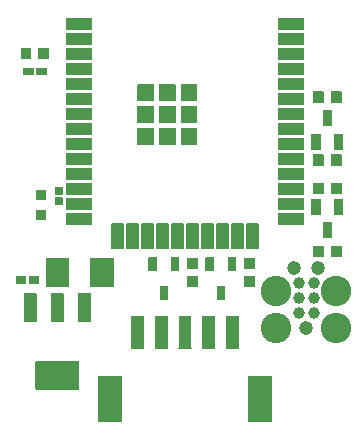
<source format=gts>
G04 Layer: TopSolderMaskLayer*
G04 EasyEDA v6.5.9, 2022-07-29 16:18:05*
G04 6a4c66b5a8f34d0fa7dc8df532b4a6e8,9fc4434aafee4760887af2be40c81ba0,10*
G04 Gerber Generator version 0.2*
G04 Scale: 100 percent, Rotated: No, Reflected: No *
G04 Dimensions in millimeters *
G04 leading zeros omitted , absolute positions ,4 integer and 5 decimal *
%FSLAX45Y45*%
%MOMM*%

%ADD10C,0.9906*%
%ADD11C,2.5781*%
%ADD12C,1.1938*%

%LPD*%
G36*
X1049997Y1473426D02*
G01*
X1048473Y1473680D01*
X1046949Y1474442D01*
X1045933Y1475458D01*
X1045171Y1476982D01*
X1044917Y1478506D01*
X1044955Y1478534D01*
X1044955Y1748536D01*
X1044917Y1748508D01*
X1045171Y1750032D01*
X1045933Y1751556D01*
X1046949Y1752572D01*
X1048473Y1753334D01*
X1049997Y1753588D01*
X1050036Y1753615D01*
X1150112Y1753615D01*
X1149997Y1753588D01*
X1151521Y1753334D01*
X1153045Y1752572D01*
X1154061Y1751556D01*
X1154823Y1750032D01*
X1155077Y1748508D01*
X1155192Y1748536D01*
X1155192Y1478534D01*
X1155077Y1478506D01*
X1154823Y1476982D01*
X1154061Y1475458D01*
X1153045Y1474442D01*
X1151521Y1473680D01*
X1149997Y1473426D01*
X1150112Y1473454D01*
X1050036Y1473454D01*
G37*
G36*
X1249997Y1473426D02*
G01*
X1248473Y1473680D01*
X1246949Y1474442D01*
X1245933Y1475458D01*
X1245171Y1476982D01*
X1244917Y1478506D01*
X1244854Y1478534D01*
X1244854Y1748536D01*
X1244917Y1748508D01*
X1245171Y1750032D01*
X1245933Y1751556D01*
X1246949Y1752572D01*
X1248473Y1753334D01*
X1249997Y1753588D01*
X1249934Y1753615D01*
X1350010Y1753615D01*
X1349997Y1753588D01*
X1351521Y1753334D01*
X1353045Y1752572D01*
X1354061Y1751556D01*
X1354823Y1750032D01*
X1355077Y1748508D01*
X1355089Y1748536D01*
X1355089Y1478534D01*
X1355077Y1478506D01*
X1354823Y1476982D01*
X1354061Y1475458D01*
X1353045Y1474442D01*
X1351521Y1473680D01*
X1349997Y1473426D01*
X1350010Y1473454D01*
X1249934Y1473454D01*
G37*
G36*
X1449997Y1473426D02*
G01*
X1448473Y1473680D01*
X1446949Y1474442D01*
X1445933Y1475458D01*
X1445171Y1476982D01*
X1444917Y1478506D01*
X1445005Y1478534D01*
X1445005Y1748536D01*
X1444917Y1748508D01*
X1445171Y1750032D01*
X1445933Y1751556D01*
X1446949Y1752572D01*
X1448473Y1753334D01*
X1449997Y1753588D01*
X1450086Y1753615D01*
X1549907Y1753615D01*
X1549996Y1753588D01*
X1551520Y1753334D01*
X1553044Y1752572D01*
X1554060Y1751556D01*
X1554822Y1750032D01*
X1555076Y1748508D01*
X1554987Y1748536D01*
X1554987Y1478534D01*
X1555076Y1478506D01*
X1554822Y1476982D01*
X1554060Y1475458D01*
X1553044Y1474442D01*
X1551520Y1473680D01*
X1549996Y1473426D01*
X1549907Y1473454D01*
X1450086Y1473454D01*
G37*
G36*
X1649996Y1473426D02*
G01*
X1648472Y1473680D01*
X1646948Y1474442D01*
X1645932Y1475458D01*
X1645170Y1476982D01*
X1644916Y1478506D01*
X1644904Y1478534D01*
X1644904Y1748536D01*
X1644916Y1748508D01*
X1645170Y1750032D01*
X1645932Y1751556D01*
X1646948Y1752572D01*
X1648472Y1753334D01*
X1649996Y1753588D01*
X1649984Y1753615D01*
X1750060Y1753615D01*
X1749996Y1753588D01*
X1751520Y1753334D01*
X1753044Y1752572D01*
X1754060Y1751556D01*
X1754822Y1750032D01*
X1755076Y1748508D01*
X1755139Y1748536D01*
X1755139Y1478534D01*
X1755076Y1478506D01*
X1754822Y1476982D01*
X1754060Y1475458D01*
X1753044Y1474442D01*
X1751520Y1473680D01*
X1749996Y1473426D01*
X1750060Y1473454D01*
X1649984Y1473454D01*
G37*
G36*
X1849996Y1473426D02*
G01*
X1848472Y1473680D01*
X1846948Y1474442D01*
X1845932Y1475458D01*
X1845170Y1476982D01*
X1844916Y1478506D01*
X1844802Y1478534D01*
X1844802Y1748536D01*
X1844916Y1748508D01*
X1845170Y1750032D01*
X1845932Y1751556D01*
X1846948Y1752572D01*
X1848472Y1753334D01*
X1849996Y1753588D01*
X1849881Y1753615D01*
X1949958Y1753615D01*
X1949996Y1753588D01*
X1951520Y1753334D01*
X1953044Y1752572D01*
X1954060Y1751556D01*
X1954822Y1750032D01*
X1955076Y1748508D01*
X1955038Y1748536D01*
X1955038Y1478534D01*
X1955076Y1478506D01*
X1954822Y1476982D01*
X1954060Y1475458D01*
X1953044Y1474442D01*
X1951520Y1473680D01*
X1949996Y1473426D01*
X1949958Y1473454D01*
X1849881Y1473454D01*
G37*
G36*
X2034999Y858426D02*
G01*
X2033475Y858680D01*
X2031951Y859442D01*
X2030935Y860458D01*
X2030173Y861982D01*
X2029919Y863506D01*
X2029968Y863600D01*
X2029968Y1243584D01*
X2029919Y1243505D01*
X2030173Y1245029D01*
X2030935Y1246553D01*
X2031951Y1247569D01*
X2033475Y1248331D01*
X2034999Y1248585D01*
X2035047Y1248663D01*
X2234945Y1248663D01*
X2234999Y1248585D01*
X2236523Y1248331D01*
X2238047Y1247569D01*
X2239063Y1246553D01*
X2239825Y1245029D01*
X2240079Y1243505D01*
X2240025Y1243584D01*
X2240025Y863600D01*
X2240079Y863506D01*
X2239825Y861982D01*
X2239063Y860458D01*
X2238047Y859442D01*
X2236523Y858680D01*
X2234999Y858426D01*
X2234945Y858520D01*
X2035047Y858520D01*
G37*
G36*
X764999Y858428D02*
G01*
X763475Y858682D01*
X761951Y859444D01*
X760935Y860460D01*
X760173Y861984D01*
X759919Y863508D01*
X759968Y863600D01*
X759968Y1243584D01*
X759919Y1243507D01*
X760173Y1245031D01*
X760935Y1246555D01*
X761951Y1247571D01*
X763475Y1248333D01*
X764999Y1248587D01*
X765047Y1248663D01*
X964945Y1248663D01*
X964999Y1248587D01*
X966523Y1248333D01*
X968047Y1247571D01*
X969063Y1246555D01*
X969825Y1245031D01*
X970079Y1243507D01*
X970026Y1243584D01*
X970026Y863600D01*
X970079Y863508D01*
X969825Y861984D01*
X969063Y860460D01*
X968047Y859444D01*
X966523Y858682D01*
X964999Y858428D01*
X964945Y858520D01*
X765047Y858520D01*
G37*
G36*
X2765094Y2610520D02*
G01*
X2763570Y2610774D01*
X2762046Y2611536D01*
X2761030Y2612552D01*
X2760268Y2614076D01*
X2760014Y2615600D01*
X2759963Y2615692D01*
X2759963Y2740660D01*
X2760014Y2740599D01*
X2760268Y2742123D01*
X2761030Y2743647D01*
X2762046Y2744663D01*
X2763570Y2745425D01*
X2765094Y2745679D01*
X2765043Y2745739D01*
X2835147Y2745739D01*
X2835097Y2745679D01*
X2836621Y2745425D01*
X2838145Y2744663D01*
X2839161Y2743647D01*
X2839923Y2742123D01*
X2840177Y2740599D01*
X2840227Y2740660D01*
X2840227Y2615692D01*
X2840177Y2615600D01*
X2839923Y2614076D01*
X2839161Y2612552D01*
X2838145Y2611536D01*
X2836621Y2610774D01*
X2835097Y2610520D01*
X2835147Y2610612D01*
X2765043Y2610612D01*
G37*
G36*
X2575105Y2610520D02*
G01*
X2573581Y2610774D01*
X2572057Y2611536D01*
X2571041Y2612552D01*
X2570279Y2614076D01*
X2570025Y2615600D01*
X2569972Y2615692D01*
X2569972Y2740660D01*
X2570025Y2740599D01*
X2570279Y2742123D01*
X2571041Y2743647D01*
X2572057Y2744663D01*
X2573581Y2745425D01*
X2575105Y2745679D01*
X2575052Y2745739D01*
X2645156Y2745739D01*
X2645105Y2745679D01*
X2646629Y2745425D01*
X2648153Y2744663D01*
X2649169Y2743647D01*
X2649931Y2742123D01*
X2650185Y2740599D01*
X2650236Y2740660D01*
X2650236Y2615692D01*
X2650185Y2615600D01*
X2649931Y2614076D01*
X2649169Y2612552D01*
X2648153Y2611536D01*
X2646629Y2610774D01*
X2645105Y2610520D01*
X2645156Y2610612D01*
X2575052Y2610612D01*
G37*
G36*
X2670047Y2410460D02*
G01*
X2670101Y2410520D01*
X2668577Y2410774D01*
X2667053Y2411536D01*
X2666037Y2412552D01*
X2665275Y2414076D01*
X2665021Y2415600D01*
X2664968Y2415539D01*
X2664968Y2540507D01*
X2665021Y2540599D01*
X2665275Y2542123D01*
X2666037Y2543647D01*
X2667053Y2544663D01*
X2668577Y2545425D01*
X2670101Y2545679D01*
X2670047Y2545587D01*
X2740152Y2545587D01*
X2740101Y2545679D01*
X2741625Y2545425D01*
X2743149Y2544663D01*
X2744165Y2543647D01*
X2744927Y2542123D01*
X2745181Y2540599D01*
X2745231Y2540507D01*
X2745231Y2415539D01*
X2745181Y2415600D01*
X2744927Y2414076D01*
X2744165Y2412552D01*
X2743149Y2411536D01*
X2741625Y2410774D01*
X2740101Y2410520D01*
X2740152Y2410460D01*
G37*
G36*
X2575052Y3159760D02*
G01*
X2575102Y3159820D01*
X2573578Y3160074D01*
X2572054Y3160836D01*
X2571038Y3161852D01*
X2570276Y3163376D01*
X2570022Y3164900D01*
X2569972Y3164839D01*
X2569972Y3289807D01*
X2570022Y3289899D01*
X2570276Y3291423D01*
X2571038Y3292947D01*
X2572054Y3293963D01*
X2573578Y3294725D01*
X2575102Y3294979D01*
X2575052Y3294887D01*
X2645156Y3294887D01*
X2645105Y3294979D01*
X2646629Y3294725D01*
X2648153Y3293963D01*
X2649169Y3292947D01*
X2649931Y3291423D01*
X2650185Y3289899D01*
X2650236Y3289807D01*
X2650236Y3164839D01*
X2650185Y3164900D01*
X2649931Y3163376D01*
X2649169Y3161852D01*
X2648153Y3160836D01*
X2646629Y3160074D01*
X2645105Y3159820D01*
X2645156Y3159760D01*
G37*
G36*
X2765043Y3159760D02*
G01*
X2765094Y3159820D01*
X2763570Y3160074D01*
X2762046Y3160836D01*
X2761030Y3161852D01*
X2760268Y3163376D01*
X2760014Y3164900D01*
X2759963Y3164839D01*
X2759963Y3289807D01*
X2760014Y3289899D01*
X2760268Y3291423D01*
X2761030Y3292947D01*
X2762046Y3293963D01*
X2763570Y3294725D01*
X2765094Y3294979D01*
X2765043Y3294887D01*
X2835147Y3294887D01*
X2835094Y3294979D01*
X2836618Y3294725D01*
X2838142Y3293963D01*
X2839158Y3292947D01*
X2839920Y3291423D01*
X2840174Y3289899D01*
X2840227Y3289807D01*
X2840227Y3164839D01*
X2840174Y3164900D01*
X2839920Y3163376D01*
X2839158Y3161852D01*
X2838142Y3160836D01*
X2836618Y3160074D01*
X2835094Y3159820D01*
X2835147Y3159760D01*
G37*
G36*
X2670098Y3359820D02*
G01*
X2668574Y3360074D01*
X2667050Y3360836D01*
X2666034Y3361852D01*
X2665272Y3363376D01*
X2665018Y3364900D01*
X2664968Y3364992D01*
X2664968Y3489960D01*
X2665018Y3489899D01*
X2665272Y3491423D01*
X2666034Y3492947D01*
X2667050Y3493963D01*
X2668574Y3494725D01*
X2670098Y3494979D01*
X2670047Y3495039D01*
X2740152Y3495039D01*
X2740098Y3494979D01*
X2741622Y3494725D01*
X2743146Y3493963D01*
X2744162Y3492947D01*
X2744924Y3491423D01*
X2745178Y3489899D01*
X2745231Y3489960D01*
X2745231Y3364992D01*
X2745178Y3364900D01*
X2744924Y3363376D01*
X2744162Y3361852D01*
X2743146Y3360836D01*
X2741622Y3360074D01*
X2740098Y3359820D01*
X2740152Y3359912D01*
X2670047Y3359912D01*
G37*
D10*
G01*
X2590800Y1778000D03*
G01*
X2463800Y1778000D03*
G01*
X2590800Y1905000D03*
G01*
X2463800Y1905000D03*
G01*
X2590800Y2032000D03*
G01*
X2463800Y2032000D03*
D11*
G01*
X2781300Y1651000D03*
G01*
X2273300Y1651000D03*
G01*
X2273300Y1968500D03*
G01*
X2781300Y1968500D03*
D12*
G01*
X2425700Y2159000D03*
G01*
X2628900Y2159000D03*
G01*
X2527300Y1651000D03*
G36*
X324612Y1996947D02*
G01*
X324733Y1997021D01*
X323209Y1997275D01*
X321685Y1998037D01*
X320669Y1999053D01*
X319907Y2000577D01*
X319653Y2002101D01*
X319531Y2002028D01*
X319531Y2239771D01*
X319653Y2239700D01*
X319907Y2241224D01*
X320669Y2242748D01*
X321685Y2243764D01*
X323209Y2244526D01*
X324733Y2244780D01*
X324612Y2244852D01*
X514857Y2244852D01*
X514736Y2244780D01*
X516260Y2244526D01*
X517784Y2243764D01*
X518800Y2242748D01*
X519562Y2241224D01*
X519816Y2239700D01*
X519937Y2239771D01*
X519937Y2002028D01*
X519816Y2002101D01*
X519562Y2000577D01*
X518800Y1999053D01*
X517784Y1998037D01*
X516260Y1997275D01*
X514736Y1997021D01*
X514857Y1996947D01*
G37*
G36*
X704342Y1996947D02*
G01*
X704463Y1997021D01*
X702939Y1997275D01*
X701415Y1998037D01*
X700399Y1999053D01*
X699637Y2000577D01*
X699383Y2002101D01*
X699262Y2002028D01*
X699262Y2239771D01*
X699383Y2239700D01*
X699637Y2241224D01*
X700399Y2242748D01*
X701415Y2243764D01*
X702939Y2244526D01*
X704463Y2244780D01*
X704342Y2244852D01*
X894587Y2244852D01*
X894466Y2244780D01*
X895990Y2244526D01*
X897514Y2243764D01*
X898530Y2242748D01*
X899292Y2241224D01*
X899546Y2239700D01*
X899668Y2239771D01*
X899668Y2002028D01*
X899546Y2002101D01*
X899292Y2000577D01*
X898530Y1999053D01*
X897514Y1998037D01*
X895990Y1997275D01*
X894466Y1997021D01*
X894587Y1996947D01*
G37*
G36*
X180101Y2025319D02*
G01*
X178577Y2025573D01*
X177053Y2026335D01*
X176037Y2027351D01*
X175275Y2028875D01*
X175021Y2030399D01*
X175005Y2030476D01*
X175005Y2084323D01*
X175021Y2084400D01*
X175275Y2085924D01*
X176037Y2087448D01*
X177053Y2088464D01*
X178577Y2089226D01*
X180101Y2089480D01*
X180086Y2089404D01*
X259079Y2089404D01*
X259110Y2089480D01*
X260634Y2089226D01*
X262158Y2088464D01*
X263174Y2087448D01*
X263936Y2085924D01*
X264190Y2084400D01*
X264160Y2084323D01*
X264160Y2030476D01*
X264190Y2030399D01*
X263936Y2028875D01*
X263174Y2027351D01*
X262158Y2026335D01*
X260634Y2025573D01*
X259110Y2025319D01*
X259079Y2025395D01*
X180086Y2025395D01*
G37*
G36*
X71089Y2025319D02*
G01*
X69565Y2025573D01*
X68041Y2026335D01*
X67025Y2027351D01*
X66263Y2028875D01*
X66009Y2030399D01*
X66039Y2030476D01*
X66039Y2084323D01*
X66009Y2084400D01*
X66263Y2085924D01*
X67025Y2087448D01*
X68041Y2088464D01*
X69565Y2089226D01*
X71089Y2089480D01*
X71120Y2089404D01*
X150113Y2089404D01*
X150098Y2089480D01*
X151622Y2089226D01*
X153146Y2088464D01*
X154162Y2087448D01*
X154924Y2085924D01*
X155178Y2084400D01*
X155194Y2084323D01*
X155194Y2030476D01*
X155178Y2030399D01*
X154924Y2028875D01*
X154162Y2027351D01*
X153146Y2026335D01*
X151622Y2025573D01*
X150098Y2025319D01*
X150113Y2025395D01*
X71120Y2025395D01*
G37*
G36*
X243601Y3790619D02*
G01*
X242077Y3790873D01*
X240553Y3791635D01*
X239537Y3792651D01*
X238775Y3794175D01*
X238521Y3795699D01*
X238505Y3795776D01*
X238505Y3849623D01*
X238521Y3849700D01*
X238775Y3851224D01*
X239537Y3852748D01*
X240553Y3853764D01*
X242077Y3854526D01*
X243601Y3854780D01*
X243586Y3854704D01*
X322579Y3854704D01*
X322610Y3854780D01*
X324134Y3854526D01*
X325658Y3853764D01*
X326674Y3852748D01*
X327436Y3851224D01*
X327690Y3849700D01*
X327660Y3849623D01*
X327660Y3795776D01*
X327690Y3795699D01*
X327436Y3794175D01*
X326674Y3792651D01*
X325658Y3791635D01*
X324134Y3790873D01*
X322610Y3790619D01*
X322579Y3790695D01*
X243586Y3790695D01*
G37*
G36*
X134589Y3790619D02*
G01*
X133065Y3790873D01*
X131541Y3791635D01*
X130525Y3792651D01*
X129763Y3794175D01*
X129509Y3795699D01*
X129539Y3795776D01*
X129539Y3849623D01*
X129509Y3849700D01*
X129763Y3851224D01*
X130525Y3852748D01*
X131541Y3853764D01*
X133065Y3854526D01*
X134589Y3854780D01*
X134620Y3854704D01*
X213613Y3854704D01*
X213598Y3854780D01*
X215122Y3854526D01*
X216646Y3853764D01*
X217662Y3852748D01*
X218424Y3851224D01*
X218678Y3849700D01*
X218694Y3849623D01*
X218694Y3795776D01*
X218678Y3795699D01*
X218424Y3794175D01*
X217662Y3792651D01*
X216646Y3791635D01*
X215122Y3790873D01*
X213598Y3790619D01*
X213613Y3790695D01*
X134620Y3790695D01*
G37*
G36*
X495045Y4174997D02*
G01*
X494992Y4175076D01*
X493468Y4175330D01*
X491944Y4176092D01*
X490928Y4177108D01*
X490166Y4178632D01*
X489912Y4180156D01*
X489965Y4180078D01*
X489965Y4275073D01*
X489912Y4275157D01*
X490166Y4276681D01*
X490928Y4278205D01*
X491944Y4279221D01*
X493468Y4279983D01*
X494992Y4280237D01*
X495045Y4280154D01*
X705104Y4280154D01*
X704992Y4280237D01*
X706516Y4279983D01*
X708040Y4279221D01*
X709056Y4278205D01*
X709818Y4276681D01*
X710072Y4275157D01*
X710184Y4275073D01*
X710184Y4180078D01*
X710072Y4180156D01*
X709818Y4178632D01*
X709056Y4177108D01*
X708040Y4176092D01*
X706516Y4175330D01*
X704992Y4175076D01*
X705104Y4174997D01*
G37*
G36*
X495045Y4047997D02*
G01*
X494992Y4048076D01*
X493468Y4048330D01*
X491944Y4049092D01*
X490928Y4050108D01*
X490166Y4051632D01*
X489912Y4053156D01*
X489965Y4053078D01*
X489965Y4148073D01*
X489912Y4148157D01*
X490166Y4149681D01*
X490928Y4151205D01*
X491944Y4152221D01*
X493468Y4152983D01*
X494992Y4153237D01*
X495045Y4153154D01*
X705104Y4153154D01*
X704992Y4153237D01*
X706516Y4152983D01*
X708040Y4152221D01*
X709056Y4151205D01*
X709818Y4149681D01*
X710072Y4148157D01*
X710184Y4148073D01*
X710184Y4053078D01*
X710072Y4053156D01*
X709818Y4051632D01*
X709056Y4050108D01*
X708040Y4049092D01*
X706516Y4048330D01*
X704992Y4048076D01*
X705104Y4047997D01*
G37*
G36*
X495045Y3920997D02*
G01*
X494992Y3921076D01*
X493468Y3921330D01*
X491944Y3922092D01*
X490928Y3923108D01*
X490166Y3924632D01*
X489912Y3926156D01*
X489965Y3926078D01*
X489965Y4021073D01*
X489912Y4021157D01*
X490166Y4022681D01*
X490928Y4024205D01*
X491944Y4025221D01*
X493468Y4025983D01*
X494992Y4026237D01*
X495045Y4026154D01*
X705104Y4026154D01*
X704992Y4026237D01*
X706516Y4025983D01*
X708040Y4025221D01*
X709056Y4024205D01*
X709818Y4022681D01*
X710072Y4021157D01*
X710184Y4021073D01*
X710184Y3926078D01*
X710072Y3926156D01*
X709818Y3924632D01*
X709056Y3923108D01*
X708040Y3922092D01*
X706516Y3921330D01*
X704992Y3921076D01*
X705104Y3920997D01*
G37*
G36*
X495045Y3793997D02*
G01*
X494992Y3794076D01*
X493468Y3794330D01*
X491944Y3795092D01*
X490928Y3796108D01*
X490166Y3797632D01*
X489912Y3799156D01*
X489965Y3799078D01*
X489965Y3894073D01*
X489912Y3894157D01*
X490166Y3895681D01*
X490928Y3897205D01*
X491944Y3898221D01*
X493468Y3898983D01*
X494992Y3899237D01*
X495045Y3899154D01*
X705104Y3899154D01*
X704992Y3899237D01*
X706516Y3898983D01*
X708040Y3898221D01*
X709056Y3897205D01*
X709818Y3895681D01*
X710072Y3894157D01*
X710184Y3894073D01*
X710184Y3799078D01*
X710072Y3799156D01*
X709818Y3797632D01*
X709056Y3796108D01*
X708040Y3795092D01*
X706516Y3794330D01*
X704992Y3794076D01*
X705104Y3793997D01*
G37*
G36*
X495045Y3666997D02*
G01*
X494992Y3667076D01*
X493468Y3667330D01*
X491944Y3668092D01*
X490928Y3669108D01*
X490166Y3670632D01*
X489912Y3672156D01*
X489965Y3672078D01*
X489965Y3767073D01*
X489912Y3767157D01*
X490166Y3768681D01*
X490928Y3770205D01*
X491944Y3771221D01*
X493468Y3771983D01*
X494992Y3772237D01*
X495045Y3772154D01*
X705104Y3772154D01*
X704992Y3772237D01*
X706516Y3771983D01*
X708040Y3771221D01*
X709056Y3770205D01*
X709818Y3768681D01*
X710072Y3767157D01*
X710184Y3767073D01*
X710184Y3672078D01*
X710072Y3672156D01*
X709818Y3670632D01*
X709056Y3669108D01*
X708040Y3668092D01*
X706516Y3667330D01*
X704992Y3667076D01*
X705104Y3666997D01*
G37*
G36*
X495045Y3539997D02*
G01*
X494992Y3540076D01*
X493468Y3540330D01*
X491944Y3541092D01*
X490928Y3542108D01*
X490166Y3543632D01*
X489912Y3545156D01*
X489965Y3545078D01*
X489965Y3640073D01*
X489912Y3640157D01*
X490166Y3641681D01*
X490928Y3643205D01*
X491944Y3644221D01*
X493468Y3644983D01*
X494992Y3645237D01*
X495045Y3645154D01*
X705104Y3645154D01*
X704992Y3645237D01*
X706516Y3644983D01*
X708040Y3644221D01*
X709056Y3643205D01*
X709818Y3641681D01*
X710072Y3640157D01*
X710184Y3640073D01*
X710184Y3545078D01*
X710072Y3545156D01*
X709818Y3543632D01*
X709056Y3542108D01*
X708040Y3541092D01*
X706516Y3540330D01*
X704992Y3540076D01*
X705104Y3539997D01*
G37*
G36*
X495045Y3412997D02*
G01*
X494992Y3413076D01*
X493468Y3413330D01*
X491944Y3414092D01*
X490928Y3415108D01*
X490166Y3416632D01*
X489912Y3418156D01*
X489965Y3418078D01*
X489965Y3513073D01*
X489912Y3513157D01*
X490166Y3514681D01*
X490928Y3516205D01*
X491944Y3517221D01*
X493468Y3517983D01*
X494992Y3518237D01*
X495045Y3518154D01*
X705104Y3518154D01*
X704992Y3518237D01*
X706516Y3517983D01*
X708040Y3517221D01*
X709056Y3516205D01*
X709818Y3514681D01*
X710072Y3513157D01*
X710184Y3513073D01*
X710184Y3418078D01*
X710072Y3418156D01*
X709818Y3416632D01*
X709056Y3415108D01*
X708040Y3414092D01*
X706516Y3413330D01*
X704992Y3413076D01*
X705104Y3412997D01*
G37*
G36*
X495045Y3285997D02*
G01*
X494992Y3286076D01*
X493468Y3286330D01*
X491944Y3287092D01*
X490928Y3288108D01*
X490166Y3289632D01*
X489912Y3291156D01*
X489965Y3291078D01*
X489965Y3386073D01*
X489912Y3386157D01*
X490166Y3387681D01*
X490928Y3389205D01*
X491944Y3390221D01*
X493468Y3390983D01*
X494992Y3391237D01*
X495045Y3391154D01*
X705104Y3391154D01*
X704992Y3391237D01*
X706516Y3390983D01*
X708040Y3390221D01*
X709056Y3389205D01*
X709818Y3387681D01*
X710072Y3386157D01*
X710184Y3386073D01*
X710184Y3291078D01*
X710072Y3291156D01*
X709818Y3289632D01*
X709056Y3288108D01*
X708040Y3287092D01*
X706516Y3286330D01*
X704992Y3286076D01*
X705104Y3285997D01*
G37*
G36*
X495045Y3158997D02*
G01*
X494992Y3159076D01*
X493468Y3159330D01*
X491944Y3160092D01*
X490928Y3161108D01*
X490166Y3162632D01*
X489912Y3164156D01*
X489965Y3164078D01*
X489965Y3259073D01*
X489912Y3259157D01*
X490166Y3260681D01*
X490928Y3262205D01*
X491944Y3263221D01*
X493468Y3263983D01*
X494992Y3264237D01*
X495045Y3264154D01*
X705104Y3264154D01*
X704992Y3264237D01*
X706516Y3263983D01*
X708040Y3263221D01*
X709056Y3262205D01*
X709818Y3260681D01*
X710072Y3259157D01*
X710184Y3259073D01*
X710184Y3164078D01*
X710072Y3164156D01*
X709818Y3162632D01*
X709056Y3161108D01*
X708040Y3160092D01*
X706516Y3159330D01*
X704992Y3159076D01*
X705104Y3158997D01*
G37*
G36*
X495045Y3031997D02*
G01*
X494992Y3032076D01*
X493468Y3032330D01*
X491944Y3033092D01*
X490928Y3034108D01*
X490166Y3035632D01*
X489912Y3037156D01*
X489965Y3037078D01*
X489965Y3132073D01*
X489912Y3132157D01*
X490166Y3133681D01*
X490928Y3135205D01*
X491944Y3136221D01*
X493468Y3136983D01*
X494992Y3137237D01*
X495045Y3137154D01*
X705104Y3137154D01*
X704992Y3137237D01*
X706516Y3136983D01*
X708040Y3136221D01*
X709056Y3135205D01*
X709818Y3133681D01*
X710072Y3132157D01*
X710184Y3132073D01*
X710184Y3037078D01*
X710072Y3037156D01*
X709818Y3035632D01*
X709056Y3034108D01*
X708040Y3033092D01*
X706516Y3032330D01*
X704992Y3032076D01*
X705104Y3031997D01*
G37*
G36*
X495045Y2904997D02*
G01*
X494992Y2905076D01*
X493468Y2905330D01*
X491944Y2906092D01*
X490928Y2907108D01*
X490166Y2908632D01*
X489912Y2910156D01*
X489965Y2910078D01*
X489965Y3005073D01*
X489912Y3005157D01*
X490166Y3006681D01*
X490928Y3008205D01*
X491944Y3009221D01*
X493468Y3009983D01*
X494992Y3010237D01*
X495045Y3010154D01*
X705104Y3010154D01*
X704992Y3010237D01*
X706516Y3009983D01*
X708040Y3009221D01*
X709056Y3008205D01*
X709818Y3006681D01*
X710072Y3005157D01*
X710184Y3005073D01*
X710184Y2910078D01*
X710072Y2910156D01*
X709818Y2908632D01*
X709056Y2907108D01*
X708040Y2906092D01*
X706516Y2905330D01*
X704992Y2905076D01*
X705104Y2904997D01*
G37*
G36*
X495045Y2777997D02*
G01*
X494992Y2778076D01*
X493468Y2778330D01*
X491944Y2779092D01*
X490928Y2780108D01*
X490166Y2781632D01*
X489912Y2783156D01*
X489965Y2783078D01*
X489965Y2878073D01*
X489912Y2878157D01*
X490166Y2879681D01*
X490928Y2881205D01*
X491944Y2882221D01*
X493468Y2882983D01*
X494992Y2883237D01*
X495045Y2883154D01*
X705104Y2883154D01*
X704992Y2883237D01*
X706516Y2882983D01*
X708040Y2882221D01*
X709056Y2881205D01*
X709818Y2879681D01*
X710072Y2878157D01*
X710184Y2878073D01*
X710184Y2783078D01*
X710072Y2783156D01*
X709818Y2781632D01*
X709056Y2780108D01*
X708040Y2779092D01*
X706516Y2778330D01*
X704992Y2778076D01*
X705104Y2777997D01*
G37*
G36*
X495045Y2650997D02*
G01*
X494992Y2651076D01*
X493468Y2651330D01*
X491944Y2652092D01*
X490928Y2653108D01*
X490166Y2654632D01*
X489912Y2656156D01*
X489965Y2656078D01*
X489965Y2751073D01*
X489912Y2751157D01*
X490166Y2752681D01*
X490928Y2754205D01*
X491944Y2755221D01*
X493468Y2755983D01*
X494992Y2756237D01*
X495045Y2756154D01*
X705104Y2756154D01*
X704992Y2756237D01*
X706516Y2755983D01*
X708040Y2755221D01*
X709056Y2754205D01*
X709818Y2752681D01*
X710072Y2751157D01*
X710184Y2751073D01*
X710184Y2656078D01*
X710072Y2656156D01*
X709818Y2654632D01*
X709056Y2653108D01*
X708040Y2652092D01*
X706516Y2651330D01*
X704992Y2651076D01*
X705104Y2650997D01*
G37*
G36*
X495045Y2523997D02*
G01*
X494992Y2524076D01*
X493468Y2524330D01*
X491944Y2525092D01*
X490928Y2526108D01*
X490166Y2527632D01*
X489912Y2529156D01*
X489965Y2529078D01*
X489965Y2624073D01*
X489912Y2624157D01*
X490166Y2625681D01*
X490928Y2627205D01*
X491944Y2628221D01*
X493468Y2628983D01*
X494992Y2629237D01*
X495045Y2629154D01*
X705104Y2629154D01*
X704992Y2629237D01*
X706516Y2628983D01*
X708040Y2628221D01*
X709056Y2627205D01*
X709818Y2625681D01*
X710072Y2624157D01*
X710184Y2624073D01*
X710184Y2529078D01*
X710072Y2529156D01*
X709818Y2527632D01*
X709056Y2526108D01*
X708040Y2525092D01*
X706516Y2524330D01*
X704992Y2524076D01*
X705104Y2523997D01*
G37*
G36*
X881126Y2316987D02*
G01*
X881009Y2317079D01*
X879485Y2317333D01*
X877961Y2318095D01*
X876945Y2319111D01*
X876183Y2320635D01*
X875929Y2322159D01*
X876045Y2322068D01*
X876045Y2532126D01*
X875929Y2532159D01*
X876183Y2533683D01*
X876945Y2535207D01*
X877961Y2536223D01*
X879485Y2536985D01*
X881009Y2537239D01*
X881126Y2537205D01*
X976121Y2537205D01*
X976010Y2537239D01*
X977534Y2536985D01*
X979058Y2536223D01*
X980074Y2535207D01*
X980836Y2533683D01*
X981090Y2532159D01*
X981202Y2532126D01*
X981202Y2322068D01*
X981090Y2322159D01*
X980836Y2320635D01*
X980074Y2319111D01*
X979058Y2318095D01*
X977534Y2317333D01*
X976010Y2317079D01*
X976121Y2316987D01*
G37*
G36*
X1008126Y2316987D02*
G01*
X1008009Y2317079D01*
X1006485Y2317333D01*
X1004961Y2318095D01*
X1003945Y2319111D01*
X1003183Y2320635D01*
X1002929Y2322159D01*
X1003045Y2322068D01*
X1003045Y2532126D01*
X1002929Y2532159D01*
X1003183Y2533683D01*
X1003945Y2535207D01*
X1004961Y2536223D01*
X1006485Y2536985D01*
X1008009Y2537239D01*
X1008126Y2537205D01*
X1103121Y2537205D01*
X1103010Y2537239D01*
X1104534Y2536985D01*
X1106058Y2536223D01*
X1107074Y2535207D01*
X1107836Y2533683D01*
X1108090Y2532159D01*
X1108202Y2532126D01*
X1108202Y2322068D01*
X1108090Y2322159D01*
X1107836Y2320635D01*
X1107074Y2319111D01*
X1106058Y2318095D01*
X1104534Y2317333D01*
X1103010Y2317079D01*
X1103121Y2316987D01*
G37*
G36*
X1135126Y2316987D02*
G01*
X1135009Y2317079D01*
X1133485Y2317333D01*
X1131961Y2318095D01*
X1130945Y2319111D01*
X1130183Y2320635D01*
X1129929Y2322159D01*
X1130045Y2322068D01*
X1130045Y2532126D01*
X1129929Y2532159D01*
X1130183Y2533683D01*
X1130945Y2535207D01*
X1131961Y2536223D01*
X1133485Y2536985D01*
X1135009Y2537239D01*
X1135126Y2537205D01*
X1230121Y2537205D01*
X1230010Y2537239D01*
X1231534Y2536985D01*
X1233058Y2536223D01*
X1234074Y2535207D01*
X1234836Y2533683D01*
X1235090Y2532159D01*
X1235202Y2532126D01*
X1235202Y2322068D01*
X1235090Y2322159D01*
X1234836Y2320635D01*
X1234074Y2319111D01*
X1233058Y2318095D01*
X1231534Y2317333D01*
X1230010Y2317079D01*
X1230121Y2316987D01*
G37*
G36*
X1262126Y2316987D02*
G01*
X1262009Y2317079D01*
X1260485Y2317333D01*
X1258961Y2318095D01*
X1257945Y2319111D01*
X1257183Y2320635D01*
X1256929Y2322159D01*
X1257045Y2322068D01*
X1257045Y2532126D01*
X1256929Y2532159D01*
X1257183Y2533683D01*
X1257945Y2535207D01*
X1258961Y2536223D01*
X1260485Y2536985D01*
X1262009Y2537239D01*
X1262126Y2537205D01*
X1357121Y2537205D01*
X1357010Y2537239D01*
X1358534Y2536985D01*
X1360058Y2536223D01*
X1361074Y2535207D01*
X1361836Y2533683D01*
X1362090Y2532159D01*
X1362202Y2532126D01*
X1362202Y2322068D01*
X1362090Y2322159D01*
X1361836Y2320635D01*
X1361074Y2319111D01*
X1360058Y2318095D01*
X1358534Y2317333D01*
X1357010Y2317079D01*
X1357121Y2316987D01*
G37*
G36*
X1389126Y2316987D02*
G01*
X1389009Y2317079D01*
X1387485Y2317333D01*
X1385961Y2318095D01*
X1384945Y2319111D01*
X1384183Y2320635D01*
X1383929Y2322159D01*
X1384045Y2322068D01*
X1384045Y2532126D01*
X1383929Y2532159D01*
X1384183Y2533683D01*
X1384945Y2535207D01*
X1385961Y2536223D01*
X1387485Y2536985D01*
X1389009Y2537239D01*
X1389126Y2537205D01*
X1484121Y2537205D01*
X1484010Y2537239D01*
X1485534Y2536985D01*
X1487058Y2536223D01*
X1488074Y2535207D01*
X1488836Y2533683D01*
X1489090Y2532159D01*
X1489202Y2532126D01*
X1489202Y2322068D01*
X1489090Y2322159D01*
X1488836Y2320635D01*
X1488074Y2319111D01*
X1487058Y2318095D01*
X1485534Y2317333D01*
X1484010Y2317079D01*
X1484121Y2316987D01*
G37*
G36*
X1516126Y2316987D02*
G01*
X1516009Y2317079D01*
X1514485Y2317333D01*
X1512961Y2318095D01*
X1511945Y2319111D01*
X1511183Y2320635D01*
X1510929Y2322159D01*
X1511045Y2322068D01*
X1511045Y2532126D01*
X1510929Y2532159D01*
X1511183Y2533683D01*
X1511945Y2535207D01*
X1512961Y2536223D01*
X1514485Y2536985D01*
X1516009Y2537239D01*
X1516126Y2537205D01*
X1611121Y2537205D01*
X1611010Y2537239D01*
X1612534Y2536985D01*
X1614058Y2536223D01*
X1615074Y2535207D01*
X1615836Y2533683D01*
X1616090Y2532159D01*
X1616202Y2532126D01*
X1616202Y2322068D01*
X1616090Y2322159D01*
X1615836Y2320635D01*
X1615074Y2319111D01*
X1614058Y2318095D01*
X1612534Y2317333D01*
X1611010Y2317079D01*
X1611121Y2316987D01*
G37*
G36*
X1643126Y2316987D02*
G01*
X1643009Y2317079D01*
X1641485Y2317333D01*
X1639961Y2318095D01*
X1638945Y2319111D01*
X1638183Y2320635D01*
X1637929Y2322159D01*
X1638045Y2322068D01*
X1638045Y2532126D01*
X1637929Y2532159D01*
X1638183Y2533683D01*
X1638945Y2535207D01*
X1639961Y2536223D01*
X1641485Y2536985D01*
X1643009Y2537239D01*
X1643126Y2537205D01*
X1738121Y2537205D01*
X1738010Y2537239D01*
X1739534Y2536985D01*
X1741058Y2536223D01*
X1742074Y2535207D01*
X1742836Y2533683D01*
X1743090Y2532159D01*
X1743202Y2532126D01*
X1743202Y2322068D01*
X1743090Y2322159D01*
X1742836Y2320635D01*
X1742074Y2319111D01*
X1741058Y2318095D01*
X1739534Y2317333D01*
X1738010Y2317079D01*
X1738121Y2316987D01*
G37*
G36*
X1770126Y2316987D02*
G01*
X1770009Y2317079D01*
X1768485Y2317333D01*
X1766961Y2318095D01*
X1765945Y2319111D01*
X1765183Y2320635D01*
X1764929Y2322159D01*
X1765045Y2322068D01*
X1765045Y2532126D01*
X1764929Y2532159D01*
X1765183Y2533683D01*
X1765945Y2535207D01*
X1766961Y2536223D01*
X1768485Y2536985D01*
X1770009Y2537239D01*
X1770126Y2537205D01*
X1865121Y2537205D01*
X1865010Y2537239D01*
X1866534Y2536985D01*
X1868058Y2536223D01*
X1869074Y2535207D01*
X1869836Y2533683D01*
X1870090Y2532159D01*
X1870202Y2532126D01*
X1870202Y2322068D01*
X1870090Y2322159D01*
X1869836Y2320635D01*
X1869074Y2319111D01*
X1868058Y2318095D01*
X1866534Y2317333D01*
X1865010Y2317079D01*
X1865121Y2316987D01*
G37*
G36*
X1897126Y2316987D02*
G01*
X1897009Y2317079D01*
X1895485Y2317333D01*
X1893961Y2318095D01*
X1892945Y2319111D01*
X1892183Y2320635D01*
X1891929Y2322159D01*
X1892045Y2322068D01*
X1892045Y2532126D01*
X1891929Y2532159D01*
X1892183Y2533683D01*
X1892945Y2535207D01*
X1893961Y2536223D01*
X1895485Y2536985D01*
X1897009Y2537239D01*
X1897126Y2537205D01*
X1992122Y2537205D01*
X1992010Y2537239D01*
X1993534Y2536985D01*
X1995058Y2536223D01*
X1996074Y2535207D01*
X1996836Y2533683D01*
X1997090Y2532159D01*
X1997202Y2532126D01*
X1997202Y2322068D01*
X1997090Y2322159D01*
X1996836Y2320635D01*
X1996074Y2319111D01*
X1995058Y2318095D01*
X1993534Y2317333D01*
X1992010Y2317079D01*
X1992122Y2316987D01*
G37*
G36*
X2024125Y2316987D02*
G01*
X2024009Y2317079D01*
X2022485Y2317333D01*
X2020961Y2318095D01*
X2019945Y2319111D01*
X2019183Y2320635D01*
X2018929Y2322159D01*
X2019045Y2322068D01*
X2019045Y2532126D01*
X2018929Y2532159D01*
X2019183Y2533683D01*
X2019945Y2535207D01*
X2020961Y2536223D01*
X2022485Y2536985D01*
X2024009Y2537239D01*
X2024125Y2537205D01*
X2119122Y2537205D01*
X2119010Y2537239D01*
X2120534Y2536985D01*
X2122058Y2536223D01*
X2123074Y2535207D01*
X2123836Y2533683D01*
X2124090Y2532159D01*
X2124202Y2532126D01*
X2124202Y2322068D01*
X2124090Y2322159D01*
X2123836Y2320635D01*
X2123074Y2319111D01*
X2122058Y2318095D01*
X2120534Y2317333D01*
X2119010Y2317079D01*
X2119122Y2316987D01*
G37*
G36*
X2294890Y2523997D02*
G01*
X2295001Y2524076D01*
X2293477Y2524330D01*
X2291953Y2525092D01*
X2290937Y2526108D01*
X2290175Y2527632D01*
X2289921Y2529156D01*
X2289809Y2529078D01*
X2289809Y2624073D01*
X2289921Y2624157D01*
X2290175Y2625681D01*
X2290937Y2627205D01*
X2291953Y2628221D01*
X2293477Y2628983D01*
X2295001Y2629237D01*
X2294890Y2629154D01*
X2504947Y2629154D01*
X2505003Y2629237D01*
X2506527Y2628983D01*
X2508051Y2628221D01*
X2509067Y2627205D01*
X2509829Y2625681D01*
X2510083Y2624157D01*
X2510027Y2624073D01*
X2510027Y2529078D01*
X2510083Y2529156D01*
X2509829Y2527632D01*
X2509067Y2526108D01*
X2508051Y2525092D01*
X2506527Y2524330D01*
X2505003Y2524076D01*
X2504947Y2523997D01*
G37*
G36*
X2294890Y2650997D02*
G01*
X2295001Y2651076D01*
X2293477Y2651330D01*
X2291953Y2652092D01*
X2290937Y2653108D01*
X2290175Y2654632D01*
X2289921Y2656156D01*
X2289809Y2656078D01*
X2289809Y2751073D01*
X2289921Y2751157D01*
X2290175Y2752681D01*
X2290937Y2754205D01*
X2291953Y2755221D01*
X2293477Y2755983D01*
X2295001Y2756237D01*
X2294890Y2756154D01*
X2504947Y2756154D01*
X2505003Y2756237D01*
X2506527Y2755983D01*
X2508051Y2755221D01*
X2509067Y2754205D01*
X2509829Y2752681D01*
X2510083Y2751157D01*
X2510027Y2751073D01*
X2510027Y2656078D01*
X2510083Y2656156D01*
X2509829Y2654632D01*
X2509067Y2653108D01*
X2508051Y2652092D01*
X2506527Y2651330D01*
X2505003Y2651076D01*
X2504947Y2650997D01*
G37*
G36*
X2294890Y2777997D02*
G01*
X2295001Y2778076D01*
X2293477Y2778330D01*
X2291953Y2779092D01*
X2290937Y2780108D01*
X2290175Y2781632D01*
X2289921Y2783156D01*
X2289809Y2783078D01*
X2289809Y2878073D01*
X2289921Y2878157D01*
X2290175Y2879681D01*
X2290937Y2881205D01*
X2291953Y2882221D01*
X2293477Y2882983D01*
X2295001Y2883237D01*
X2294890Y2883154D01*
X2504947Y2883154D01*
X2505003Y2883237D01*
X2506527Y2882983D01*
X2508051Y2882221D01*
X2509067Y2881205D01*
X2509829Y2879681D01*
X2510083Y2878157D01*
X2510027Y2878073D01*
X2510027Y2783078D01*
X2510083Y2783156D01*
X2509829Y2781632D01*
X2509067Y2780108D01*
X2508051Y2779092D01*
X2506527Y2778330D01*
X2505003Y2778076D01*
X2504947Y2777997D01*
G37*
G36*
X2294890Y2904997D02*
G01*
X2295001Y2905076D01*
X2293477Y2905330D01*
X2291953Y2906092D01*
X2290937Y2907108D01*
X2290175Y2908632D01*
X2289921Y2910156D01*
X2289809Y2910078D01*
X2289809Y3005073D01*
X2289921Y3005157D01*
X2290175Y3006681D01*
X2290937Y3008205D01*
X2291953Y3009221D01*
X2293477Y3009983D01*
X2295001Y3010237D01*
X2294890Y3010154D01*
X2504947Y3010154D01*
X2505003Y3010237D01*
X2506527Y3009983D01*
X2508051Y3009221D01*
X2509067Y3008205D01*
X2509829Y3006681D01*
X2510083Y3005157D01*
X2510027Y3005073D01*
X2510027Y2910078D01*
X2510083Y2910156D01*
X2509829Y2908632D01*
X2509067Y2907108D01*
X2508051Y2906092D01*
X2506527Y2905330D01*
X2505003Y2905076D01*
X2504947Y2904997D01*
G37*
G36*
X2294890Y3031997D02*
G01*
X2295001Y3032076D01*
X2293477Y3032330D01*
X2291953Y3033092D01*
X2290937Y3034108D01*
X2290175Y3035632D01*
X2289921Y3037156D01*
X2289809Y3037078D01*
X2289809Y3132073D01*
X2289921Y3132157D01*
X2290175Y3133681D01*
X2290937Y3135205D01*
X2291953Y3136221D01*
X2293477Y3136983D01*
X2295001Y3137237D01*
X2294890Y3137154D01*
X2504947Y3137154D01*
X2505003Y3137237D01*
X2506527Y3136983D01*
X2508051Y3136221D01*
X2509067Y3135205D01*
X2509829Y3133681D01*
X2510083Y3132157D01*
X2510027Y3132073D01*
X2510027Y3037078D01*
X2510083Y3037156D01*
X2509829Y3035632D01*
X2509067Y3034108D01*
X2508051Y3033092D01*
X2506527Y3032330D01*
X2505003Y3032076D01*
X2504947Y3031997D01*
G37*
G36*
X2294890Y3158997D02*
G01*
X2295001Y3159076D01*
X2293477Y3159330D01*
X2291953Y3160092D01*
X2290937Y3161108D01*
X2290175Y3162632D01*
X2289921Y3164156D01*
X2289809Y3164078D01*
X2289809Y3259073D01*
X2289921Y3259157D01*
X2290175Y3260681D01*
X2290937Y3262205D01*
X2291953Y3263221D01*
X2293477Y3263983D01*
X2295001Y3264237D01*
X2294890Y3264154D01*
X2504947Y3264154D01*
X2505003Y3264237D01*
X2506527Y3263983D01*
X2508051Y3263221D01*
X2509067Y3262205D01*
X2509829Y3260681D01*
X2510083Y3259157D01*
X2510027Y3259073D01*
X2510027Y3164078D01*
X2510083Y3164156D01*
X2509829Y3162632D01*
X2509067Y3161108D01*
X2508051Y3160092D01*
X2506527Y3159330D01*
X2505003Y3159076D01*
X2504947Y3158997D01*
G37*
G36*
X2294890Y3285997D02*
G01*
X2295001Y3286076D01*
X2293477Y3286330D01*
X2291953Y3287092D01*
X2290937Y3288108D01*
X2290175Y3289632D01*
X2289921Y3291156D01*
X2289809Y3291078D01*
X2289809Y3386073D01*
X2289921Y3386157D01*
X2290175Y3387681D01*
X2290937Y3389205D01*
X2291953Y3390221D01*
X2293477Y3390983D01*
X2295001Y3391237D01*
X2294890Y3391154D01*
X2504947Y3391154D01*
X2505003Y3391237D01*
X2506527Y3390983D01*
X2508051Y3390221D01*
X2509067Y3389205D01*
X2509829Y3387681D01*
X2510083Y3386157D01*
X2510027Y3386073D01*
X2510027Y3291078D01*
X2510083Y3291156D01*
X2509829Y3289632D01*
X2509067Y3288108D01*
X2508051Y3287092D01*
X2506527Y3286330D01*
X2505003Y3286076D01*
X2504947Y3285997D01*
G37*
G36*
X2294890Y3412997D02*
G01*
X2295001Y3413076D01*
X2293477Y3413330D01*
X2291953Y3414092D01*
X2290937Y3415108D01*
X2290175Y3416632D01*
X2289921Y3418156D01*
X2289809Y3418078D01*
X2289809Y3513073D01*
X2289921Y3513157D01*
X2290175Y3514681D01*
X2290937Y3516205D01*
X2291953Y3517221D01*
X2293477Y3517983D01*
X2295001Y3518237D01*
X2294890Y3518154D01*
X2504947Y3518154D01*
X2505003Y3518237D01*
X2506527Y3517983D01*
X2508051Y3517221D01*
X2509067Y3516205D01*
X2509829Y3514681D01*
X2510083Y3513157D01*
X2510027Y3513073D01*
X2510027Y3418078D01*
X2510083Y3418156D01*
X2509829Y3416632D01*
X2509067Y3415108D01*
X2508051Y3414092D01*
X2506527Y3413330D01*
X2505003Y3413076D01*
X2504947Y3412997D01*
G37*
G36*
X2294890Y3539997D02*
G01*
X2295001Y3540076D01*
X2293477Y3540330D01*
X2291953Y3541092D01*
X2290937Y3542108D01*
X2290175Y3543632D01*
X2289921Y3545156D01*
X2289809Y3545078D01*
X2289809Y3640073D01*
X2289921Y3640157D01*
X2290175Y3641681D01*
X2290937Y3643205D01*
X2291953Y3644221D01*
X2293477Y3644983D01*
X2295001Y3645237D01*
X2294890Y3645154D01*
X2504947Y3645154D01*
X2505003Y3645237D01*
X2506527Y3644983D01*
X2508051Y3644221D01*
X2509067Y3643205D01*
X2509829Y3641681D01*
X2510083Y3640157D01*
X2510027Y3640073D01*
X2510027Y3545078D01*
X2510083Y3545156D01*
X2509829Y3543632D01*
X2509067Y3542108D01*
X2508051Y3541092D01*
X2506527Y3540330D01*
X2505003Y3540076D01*
X2504947Y3539997D01*
G37*
G36*
X2294890Y3666997D02*
G01*
X2295001Y3667076D01*
X2293477Y3667330D01*
X2291953Y3668092D01*
X2290937Y3669108D01*
X2290175Y3670632D01*
X2289921Y3672156D01*
X2289809Y3672078D01*
X2289809Y3767073D01*
X2289921Y3767157D01*
X2290175Y3768681D01*
X2290937Y3770205D01*
X2291953Y3771221D01*
X2293477Y3771983D01*
X2295001Y3772237D01*
X2294890Y3772154D01*
X2504947Y3772154D01*
X2505003Y3772237D01*
X2506527Y3771983D01*
X2508051Y3771221D01*
X2509067Y3770205D01*
X2509829Y3768681D01*
X2510083Y3767157D01*
X2510027Y3767073D01*
X2510027Y3672078D01*
X2510083Y3672156D01*
X2509829Y3670632D01*
X2509067Y3669108D01*
X2508051Y3668092D01*
X2506527Y3667330D01*
X2505003Y3667076D01*
X2504947Y3666997D01*
G37*
G36*
X2294890Y3793997D02*
G01*
X2295001Y3794076D01*
X2293477Y3794330D01*
X2291953Y3795092D01*
X2290937Y3796108D01*
X2290175Y3797632D01*
X2289921Y3799156D01*
X2289809Y3799078D01*
X2289809Y3894073D01*
X2289921Y3894157D01*
X2290175Y3895681D01*
X2290937Y3897205D01*
X2291953Y3898221D01*
X2293477Y3898983D01*
X2295001Y3899237D01*
X2294890Y3899154D01*
X2504947Y3899154D01*
X2505003Y3899237D01*
X2506527Y3898983D01*
X2508051Y3898221D01*
X2509067Y3897205D01*
X2509829Y3895681D01*
X2510083Y3894157D01*
X2510027Y3894073D01*
X2510027Y3799078D01*
X2510083Y3799156D01*
X2509829Y3797632D01*
X2509067Y3796108D01*
X2508051Y3795092D01*
X2506527Y3794330D01*
X2505003Y3794076D01*
X2504947Y3793997D01*
G37*
G36*
X2294890Y3920997D02*
G01*
X2295001Y3921076D01*
X2293477Y3921330D01*
X2291953Y3922092D01*
X2290937Y3923108D01*
X2290175Y3924632D01*
X2289921Y3926156D01*
X2289809Y3926078D01*
X2289809Y4021073D01*
X2289921Y4021157D01*
X2290175Y4022681D01*
X2290937Y4024205D01*
X2291953Y4025221D01*
X2293477Y4025983D01*
X2295001Y4026237D01*
X2294890Y4026154D01*
X2504947Y4026154D01*
X2505003Y4026237D01*
X2506527Y4025983D01*
X2508051Y4025221D01*
X2509067Y4024205D01*
X2509829Y4022681D01*
X2510083Y4021157D01*
X2510027Y4021073D01*
X2510027Y3926078D01*
X2510083Y3926156D01*
X2509829Y3924632D01*
X2509067Y3923108D01*
X2508051Y3922092D01*
X2506527Y3921330D01*
X2505003Y3921076D01*
X2504947Y3920997D01*
G37*
G36*
X2294890Y4047997D02*
G01*
X2295001Y4048076D01*
X2293477Y4048330D01*
X2291953Y4049092D01*
X2290937Y4050108D01*
X2290175Y4051632D01*
X2289921Y4053156D01*
X2289809Y4053078D01*
X2289809Y4148073D01*
X2289921Y4148157D01*
X2290175Y4149681D01*
X2290937Y4151205D01*
X2291953Y4152221D01*
X2293477Y4152983D01*
X2295001Y4153237D01*
X2294890Y4153154D01*
X2504947Y4153154D01*
X2505003Y4153237D01*
X2506527Y4152983D01*
X2508051Y4152221D01*
X2509067Y4151205D01*
X2509829Y4149681D01*
X2510083Y4148157D01*
X2510027Y4148073D01*
X2510027Y4053078D01*
X2510083Y4053156D01*
X2509829Y4051632D01*
X2509067Y4050108D01*
X2508051Y4049092D01*
X2506527Y4048330D01*
X2505003Y4048076D01*
X2504947Y4047997D01*
G37*
G36*
X2294890Y4174997D02*
G01*
X2295001Y4175076D01*
X2293477Y4175330D01*
X2291953Y4176092D01*
X2290937Y4177108D01*
X2290175Y4178632D01*
X2289921Y4180156D01*
X2289809Y4180078D01*
X2289809Y4275073D01*
X2289921Y4275157D01*
X2290175Y4276681D01*
X2290937Y4278205D01*
X2291953Y4279221D01*
X2293477Y4279983D01*
X2295001Y4280237D01*
X2294890Y4280154D01*
X2504947Y4280154D01*
X2505003Y4280237D01*
X2506527Y4279983D01*
X2508051Y4279221D01*
X2509067Y4278205D01*
X2509829Y4276681D01*
X2510083Y4275157D01*
X2510027Y4275073D01*
X2510027Y4180078D01*
X2510083Y4180156D01*
X2509829Y4178632D01*
X2509067Y4177108D01*
X2508051Y4176092D01*
X2506527Y4175330D01*
X2505003Y4175076D01*
X2504947Y4174997D01*
G37*
G36*
X1283462Y3387597D02*
G01*
X1283520Y3387661D01*
X1281996Y3387915D01*
X1280472Y3388677D01*
X1279456Y3389693D01*
X1278694Y3391217D01*
X1278440Y3392741D01*
X1278381Y3392678D01*
X1278381Y3525773D01*
X1278440Y3525743D01*
X1278694Y3527267D01*
X1279456Y3528791D01*
X1280472Y3529807D01*
X1281996Y3530569D01*
X1283520Y3530823D01*
X1283462Y3530854D01*
X1416557Y3530854D01*
X1416519Y3530823D01*
X1418043Y3530569D01*
X1419567Y3529807D01*
X1420583Y3528791D01*
X1421345Y3527267D01*
X1421599Y3525743D01*
X1421637Y3525773D01*
X1421637Y3392678D01*
X1421599Y3392741D01*
X1421345Y3391217D01*
X1420583Y3389693D01*
X1419567Y3388677D01*
X1418043Y3387915D01*
X1416519Y3387661D01*
X1416557Y3387597D01*
G37*
G36*
X1100073Y3387597D02*
G01*
X1100023Y3387651D01*
X1098499Y3387905D01*
X1096975Y3388667D01*
X1095959Y3389683D01*
X1095197Y3391207D01*
X1094943Y3392731D01*
X1094994Y3392678D01*
X1094994Y3525773D01*
X1094943Y3525733D01*
X1095197Y3527257D01*
X1095959Y3528781D01*
X1096975Y3529797D01*
X1098499Y3530559D01*
X1100023Y3530813D01*
X1100073Y3530854D01*
X1232915Y3530854D01*
X1233022Y3530813D01*
X1234546Y3530559D01*
X1236070Y3529797D01*
X1237086Y3528781D01*
X1237848Y3527257D01*
X1238102Y3525733D01*
X1237995Y3525773D01*
X1237995Y3392678D01*
X1238102Y3392731D01*
X1237848Y3391207D01*
X1237086Y3389683D01*
X1236070Y3388667D01*
X1234546Y3387905D01*
X1233022Y3387651D01*
X1232915Y3387597D01*
G37*
G36*
X1467104Y3387597D02*
G01*
X1467017Y3387651D01*
X1465493Y3387905D01*
X1463969Y3388667D01*
X1462953Y3389683D01*
X1462191Y3391207D01*
X1461937Y3392731D01*
X1462023Y3392678D01*
X1462023Y3525773D01*
X1461937Y3525733D01*
X1462191Y3527257D01*
X1462953Y3528781D01*
X1463969Y3529797D01*
X1465493Y3530559D01*
X1467017Y3530813D01*
X1467104Y3530854D01*
X1599945Y3530854D01*
X1600017Y3530813D01*
X1601541Y3530559D01*
X1603065Y3529797D01*
X1604081Y3528781D01*
X1604843Y3527257D01*
X1605097Y3525733D01*
X1605026Y3525773D01*
X1605026Y3392678D01*
X1605097Y3392731D01*
X1604843Y3391207D01*
X1604081Y3389683D01*
X1603065Y3388667D01*
X1601541Y3387905D01*
X1600017Y3387651D01*
X1599945Y3387597D01*
G37*
G36*
X1467017Y3571161D02*
G01*
X1465493Y3571415D01*
X1463969Y3572177D01*
X1462953Y3573193D01*
X1462191Y3574717D01*
X1461937Y3576241D01*
X1462023Y3576320D01*
X1462023Y3709162D01*
X1461937Y3709243D01*
X1462191Y3710767D01*
X1462953Y3712291D01*
X1463969Y3713307D01*
X1465493Y3714069D01*
X1467017Y3714323D01*
X1467104Y3714242D01*
X1599945Y3714242D01*
X1600017Y3714323D01*
X1601541Y3714069D01*
X1603065Y3713307D01*
X1604081Y3712291D01*
X1604843Y3710767D01*
X1605097Y3709243D01*
X1605026Y3709162D01*
X1605026Y3576320D01*
X1605097Y3576241D01*
X1604843Y3574717D01*
X1604081Y3573193D01*
X1603065Y3572177D01*
X1601541Y3571415D01*
X1600017Y3571161D01*
X1599945Y3571239D01*
X1467104Y3571239D01*
G37*
G36*
X1283507Y3571161D02*
G01*
X1281983Y3571415D01*
X1280459Y3572177D01*
X1279443Y3573193D01*
X1278681Y3574717D01*
X1278427Y3576241D01*
X1278381Y3576320D01*
X1278381Y3709162D01*
X1278427Y3709243D01*
X1278681Y3710767D01*
X1279443Y3712291D01*
X1280459Y3713307D01*
X1281983Y3714069D01*
X1283507Y3714323D01*
X1283462Y3714242D01*
X1416557Y3714242D01*
X1416507Y3714323D01*
X1418031Y3714069D01*
X1419555Y3713307D01*
X1420571Y3712291D01*
X1421333Y3710767D01*
X1421587Y3709243D01*
X1421637Y3709162D01*
X1421637Y3576320D01*
X1421587Y3576241D01*
X1421333Y3574717D01*
X1420571Y3573193D01*
X1419555Y3572177D01*
X1418031Y3571415D01*
X1416507Y3571161D01*
X1416557Y3571239D01*
X1283462Y3571239D01*
G37*
G36*
X1100023Y3571161D02*
G01*
X1098499Y3571415D01*
X1096975Y3572177D01*
X1095959Y3573193D01*
X1095197Y3574717D01*
X1094943Y3576241D01*
X1094994Y3576320D01*
X1094994Y3709162D01*
X1094943Y3709243D01*
X1095197Y3710767D01*
X1095959Y3712291D01*
X1096975Y3713307D01*
X1098499Y3714069D01*
X1100023Y3714323D01*
X1100073Y3714242D01*
X1232915Y3714242D01*
X1233022Y3714323D01*
X1234546Y3714069D01*
X1236070Y3713307D01*
X1237086Y3712291D01*
X1237848Y3710767D01*
X1238102Y3709243D01*
X1237995Y3709162D01*
X1237995Y3576320D01*
X1238102Y3576241D01*
X1237848Y3574717D01*
X1237086Y3573193D01*
X1236070Y3572177D01*
X1234546Y3571415D01*
X1233022Y3571161D01*
X1232915Y3571239D01*
X1100073Y3571239D01*
G37*
G36*
X1100023Y3204166D02*
G01*
X1098499Y3204420D01*
X1096975Y3205182D01*
X1095959Y3206198D01*
X1095197Y3207722D01*
X1094943Y3209246D01*
X1094994Y3209289D01*
X1094994Y3342131D01*
X1094943Y3342248D01*
X1095197Y3343772D01*
X1095959Y3345296D01*
X1096975Y3346312D01*
X1098499Y3347074D01*
X1100023Y3347328D01*
X1100073Y3347212D01*
X1232915Y3347212D01*
X1233022Y3347328D01*
X1234546Y3347074D01*
X1236070Y3346312D01*
X1237086Y3345296D01*
X1237848Y3343772D01*
X1238102Y3342248D01*
X1237995Y3342131D01*
X1237995Y3209289D01*
X1238102Y3209246D01*
X1237848Y3207722D01*
X1237086Y3206198D01*
X1236070Y3205182D01*
X1234546Y3204420D01*
X1233022Y3204166D01*
X1232915Y3204210D01*
X1100073Y3204210D01*
G37*
G36*
X1283507Y3204166D02*
G01*
X1281983Y3204420D01*
X1280459Y3205182D01*
X1279443Y3206198D01*
X1278681Y3207722D01*
X1278427Y3209246D01*
X1278381Y3209289D01*
X1278381Y3342131D01*
X1278427Y3342248D01*
X1278681Y3343772D01*
X1279443Y3345296D01*
X1280459Y3346312D01*
X1281983Y3347074D01*
X1283507Y3347328D01*
X1283462Y3347212D01*
X1416557Y3347212D01*
X1416507Y3347328D01*
X1418031Y3347074D01*
X1419555Y3346312D01*
X1420571Y3345296D01*
X1421333Y3343772D01*
X1421587Y3342248D01*
X1421637Y3342131D01*
X1421637Y3209289D01*
X1421587Y3209246D01*
X1421333Y3207722D01*
X1420571Y3206198D01*
X1419555Y3205182D01*
X1418031Y3204420D01*
X1416507Y3204166D01*
X1416557Y3204210D01*
X1283462Y3204210D01*
G37*
G36*
X1467015Y3204166D02*
G01*
X1465491Y3204420D01*
X1463967Y3205182D01*
X1462951Y3206198D01*
X1462189Y3207722D01*
X1461935Y3209246D01*
X1462023Y3209289D01*
X1462023Y3342131D01*
X1461935Y3342248D01*
X1462189Y3343772D01*
X1462951Y3345296D01*
X1463967Y3346312D01*
X1465491Y3347074D01*
X1467015Y3347328D01*
X1467104Y3347212D01*
X1599945Y3347212D01*
X1600014Y3347328D01*
X1601538Y3347074D01*
X1603062Y3346312D01*
X1604078Y3345296D01*
X1604840Y3343772D01*
X1605094Y3342248D01*
X1605026Y3342131D01*
X1605026Y3209289D01*
X1605094Y3209246D01*
X1604840Y3207722D01*
X1604078Y3206198D01*
X1603062Y3205182D01*
X1601538Y3204420D01*
X1600014Y3204166D01*
X1599945Y3204210D01*
X1467104Y3204210D01*
G37*
G36*
X1385796Y2135019D02*
G01*
X1384272Y2135273D01*
X1382748Y2136035D01*
X1381732Y2137051D01*
X1380970Y2138575D01*
X1380716Y2140099D01*
X1380744Y2140204D01*
X1380744Y2247137D01*
X1380716Y2247099D01*
X1380970Y2248623D01*
X1381732Y2250147D01*
X1382748Y2251163D01*
X1384272Y2251925D01*
X1385796Y2252179D01*
X1385823Y2252218D01*
X1445768Y2252218D01*
X1445795Y2252179D01*
X1447319Y2251925D01*
X1448843Y2251163D01*
X1449859Y2250147D01*
X1450621Y2248623D01*
X1450875Y2247099D01*
X1450847Y2247137D01*
X1450847Y2140204D01*
X1450875Y2140099D01*
X1450621Y2138575D01*
X1449859Y2137051D01*
X1448843Y2136035D01*
X1447319Y2135273D01*
X1445795Y2135019D01*
X1445768Y2135123D01*
X1385823Y2135123D01*
G37*
G36*
X1195804Y2135019D02*
G01*
X1194280Y2135273D01*
X1192756Y2136035D01*
X1191740Y2137051D01*
X1190978Y2138575D01*
X1190724Y2140099D01*
X1190752Y2140204D01*
X1190752Y2247137D01*
X1190724Y2247099D01*
X1190978Y2248623D01*
X1191740Y2250147D01*
X1192756Y2251163D01*
X1194280Y2251925D01*
X1195804Y2252179D01*
X1195831Y2252218D01*
X1255776Y2252218D01*
X1255803Y2252179D01*
X1257327Y2251925D01*
X1258851Y2251163D01*
X1259867Y2250147D01*
X1260629Y2248623D01*
X1260883Y2247099D01*
X1260855Y2247137D01*
X1260855Y2140204D01*
X1260883Y2140099D01*
X1260629Y2138575D01*
X1259867Y2137051D01*
X1258851Y2136035D01*
X1257327Y2135273D01*
X1255803Y2135019D01*
X1255776Y2135123D01*
X1195831Y2135123D01*
G37*
G36*
X1290828Y1887981D02*
G01*
X1290800Y1888020D01*
X1289276Y1888274D01*
X1287752Y1889036D01*
X1286736Y1890052D01*
X1285974Y1891576D01*
X1285720Y1893100D01*
X1285747Y1893062D01*
X1285747Y1999995D01*
X1285720Y2000100D01*
X1285974Y2001624D01*
X1286736Y2003148D01*
X1287752Y2004164D01*
X1289276Y2004926D01*
X1290800Y2005180D01*
X1290828Y2005076D01*
X1350771Y2005076D01*
X1350799Y2005180D01*
X1352323Y2004926D01*
X1353847Y2004164D01*
X1354863Y2003148D01*
X1355625Y2001624D01*
X1355879Y2000100D01*
X1355852Y1999995D01*
X1355852Y1893062D01*
X1355879Y1893100D01*
X1355625Y1891576D01*
X1354863Y1890052D01*
X1353847Y1889036D01*
X1352323Y1888274D01*
X1350799Y1888020D01*
X1350771Y1887981D01*
G37*
G36*
X1868396Y2135019D02*
G01*
X1866872Y2135273D01*
X1865348Y2136035D01*
X1864332Y2137051D01*
X1863570Y2138575D01*
X1863316Y2140099D01*
X1863344Y2140204D01*
X1863344Y2247137D01*
X1863316Y2247099D01*
X1863570Y2248623D01*
X1864332Y2250147D01*
X1865348Y2251163D01*
X1866872Y2251925D01*
X1868396Y2252179D01*
X1868423Y2252218D01*
X1928368Y2252218D01*
X1928395Y2252179D01*
X1929919Y2251925D01*
X1931443Y2251163D01*
X1932459Y2250147D01*
X1933221Y2248623D01*
X1933475Y2247099D01*
X1933447Y2247137D01*
X1933447Y2140204D01*
X1933475Y2140099D01*
X1933221Y2138575D01*
X1932459Y2137051D01*
X1931443Y2136035D01*
X1929919Y2135273D01*
X1928395Y2135019D01*
X1928368Y2135123D01*
X1868423Y2135123D01*
G37*
G36*
X1678404Y2135019D02*
G01*
X1676880Y2135273D01*
X1675356Y2136035D01*
X1674340Y2137051D01*
X1673578Y2138575D01*
X1673324Y2140099D01*
X1673352Y2140204D01*
X1673352Y2247137D01*
X1673324Y2247099D01*
X1673578Y2248623D01*
X1674340Y2250147D01*
X1675356Y2251163D01*
X1676880Y2251925D01*
X1678404Y2252179D01*
X1678431Y2252218D01*
X1738376Y2252218D01*
X1738403Y2252179D01*
X1739927Y2251925D01*
X1741451Y2251163D01*
X1742467Y2250147D01*
X1743229Y2248623D01*
X1743483Y2247099D01*
X1743455Y2247137D01*
X1743455Y2140204D01*
X1743483Y2140099D01*
X1743229Y2138575D01*
X1742467Y2137051D01*
X1741451Y2136035D01*
X1739927Y2135273D01*
X1738403Y2135019D01*
X1738376Y2135123D01*
X1678431Y2135123D01*
G37*
G36*
X1773428Y1887981D02*
G01*
X1773400Y1888020D01*
X1771876Y1888274D01*
X1770352Y1889036D01*
X1769336Y1890052D01*
X1768574Y1891576D01*
X1768320Y1893100D01*
X1768347Y1893062D01*
X1768347Y1999995D01*
X1768320Y2000100D01*
X1768574Y2001624D01*
X1769336Y2003148D01*
X1770352Y2004164D01*
X1771876Y2004926D01*
X1773400Y2005180D01*
X1773428Y2005076D01*
X1833371Y2005076D01*
X1833399Y2005180D01*
X1834923Y2004926D01*
X1836447Y2004164D01*
X1837463Y2003148D01*
X1838225Y2001624D01*
X1838479Y2000100D01*
X1838452Y1999995D01*
X1838452Y1893062D01*
X1838479Y1893100D01*
X1838225Y1891576D01*
X1837463Y1890052D01*
X1836447Y1889036D01*
X1834923Y1888274D01*
X1833399Y1888020D01*
X1833371Y1887981D01*
G37*
G36*
X600202Y1701545D02*
G01*
X600100Y1701619D01*
X598576Y1701873D01*
X597052Y1702635D01*
X596036Y1703651D01*
X595274Y1705175D01*
X595020Y1706699D01*
X595121Y1706626D01*
X595121Y1940813D01*
X595020Y1940699D01*
X595274Y1942223D01*
X596036Y1943747D01*
X597052Y1944763D01*
X598576Y1945525D01*
X600100Y1945779D01*
X600202Y1945894D01*
X697992Y1945894D01*
X698101Y1945779D01*
X699625Y1945525D01*
X701149Y1944763D01*
X702165Y1943747D01*
X702927Y1942223D01*
X703181Y1940699D01*
X703071Y1940813D01*
X703071Y1706626D01*
X703181Y1706699D01*
X702927Y1705175D01*
X702165Y1703651D01*
X701149Y1702635D01*
X699625Y1701873D01*
X698101Y1701619D01*
X697992Y1701545D01*
G37*
G36*
X370078Y1701545D02*
G01*
X370100Y1701619D01*
X368576Y1701873D01*
X367052Y1702635D01*
X366036Y1703651D01*
X365274Y1705175D01*
X365020Y1706699D01*
X364997Y1706626D01*
X364997Y1940813D01*
X365020Y1940699D01*
X365274Y1942223D01*
X366036Y1943747D01*
X367052Y1944763D01*
X368576Y1945525D01*
X370100Y1945779D01*
X370078Y1945894D01*
X468121Y1945894D01*
X468099Y1945779D01*
X469623Y1945525D01*
X471147Y1944763D01*
X472163Y1943747D01*
X472925Y1942223D01*
X473179Y1940699D01*
X473202Y1940813D01*
X473202Y1706626D01*
X473179Y1706699D01*
X472925Y1705175D01*
X472163Y1703651D01*
X471147Y1702635D01*
X469623Y1701873D01*
X468099Y1701619D01*
X468121Y1701545D01*
G37*
G36*
X140207Y1701545D02*
G01*
X140098Y1701619D01*
X138574Y1701873D01*
X137050Y1702635D01*
X136034Y1703651D01*
X135272Y1705175D01*
X135018Y1706699D01*
X135128Y1706626D01*
X135128Y1940813D01*
X135018Y1940699D01*
X135272Y1942223D01*
X136034Y1943747D01*
X137050Y1944763D01*
X138574Y1945525D01*
X140098Y1945779D01*
X140207Y1945894D01*
X237997Y1945894D01*
X238099Y1945779D01*
X239623Y1945525D01*
X241147Y1944763D01*
X242163Y1943747D01*
X242925Y1942223D01*
X243179Y1940699D01*
X243078Y1940813D01*
X243078Y1706626D01*
X243179Y1706699D01*
X242925Y1705175D01*
X242163Y1703651D01*
X241147Y1702635D01*
X239623Y1701873D01*
X238099Y1701619D01*
X237997Y1701545D01*
G37*
G36*
X239013Y1127505D02*
G01*
X239100Y1127620D01*
X237576Y1127874D01*
X236052Y1128636D01*
X235036Y1129652D01*
X234274Y1131176D01*
X234020Y1132700D01*
X233934Y1132586D01*
X233934Y1366773D01*
X234020Y1366700D01*
X234274Y1368224D01*
X235036Y1369748D01*
X236052Y1370764D01*
X237576Y1371526D01*
X239100Y1371780D01*
X239013Y1371854D01*
X599186Y1371854D01*
X599099Y1371780D01*
X600623Y1371526D01*
X602147Y1370764D01*
X603163Y1369748D01*
X603925Y1368224D01*
X604179Y1366700D01*
X604265Y1366773D01*
X604265Y1132586D01*
X604179Y1132700D01*
X603925Y1131176D01*
X603163Y1129652D01*
X602147Y1128636D01*
X600623Y1127874D01*
X599099Y1127620D01*
X599186Y1127505D01*
G37*
G36*
X2740101Y3025119D02*
G01*
X2738577Y3025373D01*
X2737053Y3026135D01*
X2736037Y3027151D01*
X2735275Y3028675D01*
X2735021Y3030199D01*
X2735072Y3030220D01*
X2735072Y3116579D01*
X2735021Y3116600D01*
X2735275Y3118124D01*
X2736037Y3119648D01*
X2737053Y3120664D01*
X2738577Y3121426D01*
X2740101Y3121680D01*
X2740152Y3121660D01*
X2820670Y3121660D01*
X2820748Y3121680D01*
X2822272Y3121426D01*
X2823796Y3120664D01*
X2824812Y3119648D01*
X2825574Y3118124D01*
X2825828Y3116600D01*
X2825750Y3116579D01*
X2825750Y3030220D01*
X2825828Y3030199D01*
X2825574Y3028675D01*
X2824812Y3027151D01*
X2823796Y3026135D01*
X2822272Y3025373D01*
X2820748Y3025119D01*
X2820670Y3025139D01*
X2740152Y3025139D01*
G37*
G36*
X2589451Y3025119D02*
G01*
X2587927Y3025373D01*
X2586403Y3026135D01*
X2585387Y3027151D01*
X2584625Y3028675D01*
X2584371Y3030199D01*
X2584450Y3030220D01*
X2584450Y3116579D01*
X2584371Y3116600D01*
X2584625Y3118124D01*
X2585387Y3119648D01*
X2586403Y3120664D01*
X2587927Y3121426D01*
X2589451Y3121680D01*
X2589529Y3121660D01*
X2670047Y3121660D01*
X2670098Y3121680D01*
X2671622Y3121426D01*
X2673146Y3120664D01*
X2674162Y3119648D01*
X2674924Y3118124D01*
X2675178Y3116600D01*
X2675127Y3116579D01*
X2675127Y3030220D01*
X2675178Y3030199D01*
X2674924Y3028675D01*
X2674162Y3027151D01*
X2673146Y3026135D01*
X2671622Y3025373D01*
X2670098Y3025119D01*
X2670047Y3025139D01*
X2589529Y3025139D01*
G37*
G36*
X2740101Y3558519D02*
G01*
X2738577Y3558773D01*
X2737053Y3559535D01*
X2736037Y3560551D01*
X2735275Y3562075D01*
X2735021Y3563599D01*
X2735072Y3563620D01*
X2735072Y3649979D01*
X2735021Y3650000D01*
X2735275Y3651524D01*
X2736037Y3653048D01*
X2737053Y3654064D01*
X2738577Y3654826D01*
X2740101Y3655080D01*
X2740152Y3655060D01*
X2820670Y3655060D01*
X2820748Y3655080D01*
X2822272Y3654826D01*
X2823796Y3654064D01*
X2824812Y3653048D01*
X2825574Y3651524D01*
X2825828Y3650000D01*
X2825750Y3649979D01*
X2825750Y3563620D01*
X2825828Y3563599D01*
X2825574Y3562075D01*
X2824812Y3560551D01*
X2823796Y3559535D01*
X2822272Y3558773D01*
X2820748Y3558519D01*
X2820670Y3558539D01*
X2740152Y3558539D01*
G37*
G36*
X2589451Y3558519D02*
G01*
X2587927Y3558773D01*
X2586403Y3559535D01*
X2585387Y3560551D01*
X2584625Y3562075D01*
X2584371Y3563599D01*
X2584450Y3563620D01*
X2584450Y3649979D01*
X2584371Y3650000D01*
X2584625Y3651524D01*
X2585387Y3653048D01*
X2586403Y3654064D01*
X2587927Y3654826D01*
X2589451Y3655080D01*
X2589529Y3655060D01*
X2670047Y3655060D01*
X2670098Y3655080D01*
X2671622Y3654826D01*
X2673146Y3654064D01*
X2674162Y3653048D01*
X2674924Y3651524D01*
X2675178Y3650000D01*
X2675127Y3649979D01*
X2675127Y3563620D01*
X2675178Y3563599D01*
X2674924Y3562075D01*
X2674162Y3560551D01*
X2673146Y3559535D01*
X2671622Y3558773D01*
X2670098Y3558519D01*
X2670047Y3558539D01*
X2589529Y3558539D01*
G37*
G36*
X2740101Y2250419D02*
G01*
X2738577Y2250673D01*
X2737053Y2251435D01*
X2736037Y2252451D01*
X2735275Y2253975D01*
X2735021Y2255499D01*
X2735072Y2255520D01*
X2735072Y2341879D01*
X2735021Y2341900D01*
X2735275Y2343424D01*
X2736037Y2344948D01*
X2737053Y2345964D01*
X2738577Y2346726D01*
X2740101Y2346980D01*
X2740152Y2346960D01*
X2820670Y2346960D01*
X2820748Y2346980D01*
X2822272Y2346726D01*
X2823796Y2345964D01*
X2824812Y2344948D01*
X2825574Y2343424D01*
X2825828Y2341900D01*
X2825750Y2341879D01*
X2825750Y2255520D01*
X2825828Y2255499D01*
X2825574Y2253975D01*
X2824812Y2252451D01*
X2823796Y2251435D01*
X2822272Y2250673D01*
X2820748Y2250419D01*
X2820670Y2250439D01*
X2740152Y2250439D01*
G37*
G36*
X2589451Y2250419D02*
G01*
X2587927Y2250673D01*
X2586403Y2251435D01*
X2585387Y2252451D01*
X2584625Y2253975D01*
X2584371Y2255499D01*
X2584450Y2255520D01*
X2584450Y2341879D01*
X2584371Y2341900D01*
X2584625Y2343424D01*
X2585387Y2344948D01*
X2586403Y2345964D01*
X2587927Y2346726D01*
X2589451Y2346980D01*
X2589529Y2346960D01*
X2670047Y2346960D01*
X2670098Y2346980D01*
X2671622Y2346726D01*
X2673146Y2345964D01*
X2674162Y2344948D01*
X2674924Y2343424D01*
X2675178Y2341900D01*
X2675127Y2341879D01*
X2675127Y2255520D01*
X2675178Y2255499D01*
X2674924Y2253975D01*
X2674162Y2252451D01*
X2673146Y2251435D01*
X2671622Y2250673D01*
X2670098Y2250419D01*
X2670047Y2250439D01*
X2589529Y2250439D01*
G37*
G36*
X2589451Y2783819D02*
G01*
X2587927Y2784073D01*
X2586403Y2784835D01*
X2585387Y2785851D01*
X2584625Y2787375D01*
X2584371Y2788899D01*
X2584450Y2788920D01*
X2584450Y2875279D01*
X2584371Y2875300D01*
X2584625Y2876824D01*
X2585387Y2878348D01*
X2586403Y2879364D01*
X2587927Y2880126D01*
X2589451Y2880380D01*
X2589529Y2880360D01*
X2670047Y2880360D01*
X2670098Y2880380D01*
X2671622Y2880126D01*
X2673146Y2879364D01*
X2674162Y2878348D01*
X2674924Y2876824D01*
X2675178Y2875300D01*
X2675127Y2875279D01*
X2675127Y2788920D01*
X2675178Y2788899D01*
X2674924Y2787375D01*
X2674162Y2785851D01*
X2673146Y2784835D01*
X2671622Y2784073D01*
X2670098Y2783819D01*
X2670047Y2783839D01*
X2589529Y2783839D01*
G37*
G36*
X2740101Y2783819D02*
G01*
X2738577Y2784073D01*
X2737053Y2784835D01*
X2736037Y2785851D01*
X2735275Y2787375D01*
X2735021Y2788899D01*
X2735072Y2788920D01*
X2735072Y2875279D01*
X2735021Y2875300D01*
X2735275Y2876824D01*
X2736037Y2878348D01*
X2737053Y2879364D01*
X2738577Y2880126D01*
X2740101Y2880380D01*
X2740152Y2880360D01*
X2820670Y2880360D01*
X2820748Y2880380D01*
X2822272Y2880126D01*
X2823796Y2879364D01*
X2824812Y2878348D01*
X2825574Y2876824D01*
X2825828Y2875300D01*
X2825750Y2875279D01*
X2825750Y2788920D01*
X2825828Y2788899D01*
X2825574Y2787375D01*
X2824812Y2785851D01*
X2823796Y2784835D01*
X2822272Y2784073D01*
X2820748Y2783819D01*
X2820670Y2783839D01*
X2740152Y2783839D01*
G37*
G36*
X263601Y3926819D02*
G01*
X262077Y3927073D01*
X260553Y3927835D01*
X259537Y3928851D01*
X258775Y3930375D01*
X258521Y3931899D01*
X258571Y3931920D01*
X258571Y4018279D01*
X258521Y4018300D01*
X258775Y4019824D01*
X259537Y4021348D01*
X260553Y4022364D01*
X262077Y4023126D01*
X263601Y4023380D01*
X263652Y4023360D01*
X344170Y4023360D01*
X344248Y4023380D01*
X345772Y4023126D01*
X347296Y4022364D01*
X348312Y4021348D01*
X349074Y4019824D01*
X349328Y4018300D01*
X349250Y4018279D01*
X349250Y3931920D01*
X349328Y3931899D01*
X349074Y3930375D01*
X348312Y3928851D01*
X347296Y3927835D01*
X345772Y3927073D01*
X344248Y3926819D01*
X344170Y3926839D01*
X263652Y3926839D01*
G37*
G36*
X112951Y3926819D02*
G01*
X111427Y3927073D01*
X109903Y3927835D01*
X108887Y3928851D01*
X108125Y3930375D01*
X107871Y3931899D01*
X107950Y3931920D01*
X107950Y4018279D01*
X107871Y4018300D01*
X108125Y4019824D01*
X108887Y4021348D01*
X109903Y4022364D01*
X111427Y4023126D01*
X112951Y4023380D01*
X113029Y4023360D01*
X193547Y4023360D01*
X193598Y4023380D01*
X195122Y4023126D01*
X196646Y4022364D01*
X197662Y4021348D01*
X198424Y4019824D01*
X198678Y4018300D01*
X198628Y4018279D01*
X198628Y3931920D01*
X198678Y3931899D01*
X198424Y3930375D01*
X197662Y3928851D01*
X196646Y3927835D01*
X195122Y3927073D01*
X193598Y3926819D01*
X193547Y3926839D01*
X113029Y3926839D01*
G37*
G36*
X1518899Y2150821D02*
G01*
X1517375Y2151075D01*
X1515851Y2151837D01*
X1514835Y2152853D01*
X1514073Y2154377D01*
X1513819Y2155901D01*
X1513839Y2155952D01*
X1513839Y2236470D01*
X1513819Y2236548D01*
X1514073Y2238072D01*
X1514835Y2239596D01*
X1515851Y2240612D01*
X1517375Y2241374D01*
X1518899Y2241628D01*
X1518920Y2241550D01*
X1605279Y2241550D01*
X1605300Y2241628D01*
X1606824Y2241374D01*
X1608348Y2240612D01*
X1609364Y2239596D01*
X1610126Y2238072D01*
X1610380Y2236548D01*
X1610360Y2236470D01*
X1610360Y2155952D01*
X1610380Y2155901D01*
X1610126Y2154377D01*
X1609364Y2152853D01*
X1608348Y2151837D01*
X1606824Y2151075D01*
X1605300Y2150821D01*
X1605279Y2150871D01*
X1518920Y2150871D01*
G37*
G36*
X1518899Y2000171D02*
G01*
X1517375Y2000425D01*
X1515851Y2001187D01*
X1514835Y2002203D01*
X1514073Y2003727D01*
X1513819Y2005251D01*
X1513839Y2005329D01*
X1513839Y2085847D01*
X1513819Y2085898D01*
X1514073Y2087422D01*
X1514835Y2088946D01*
X1515851Y2089962D01*
X1517375Y2090724D01*
X1518899Y2090978D01*
X1518920Y2090928D01*
X1605279Y2090928D01*
X1605300Y2090978D01*
X1606824Y2090724D01*
X1608348Y2089962D01*
X1609364Y2088946D01*
X1610126Y2087422D01*
X1610380Y2085898D01*
X1610360Y2085847D01*
X1610360Y2005329D01*
X1610380Y2005251D01*
X1610126Y2003727D01*
X1609364Y2002203D01*
X1608348Y2001187D01*
X1606824Y2000425D01*
X1605300Y2000171D01*
X1605279Y2000250D01*
X1518920Y2000250D01*
G37*
G36*
X2001499Y2150821D02*
G01*
X1999975Y2151075D01*
X1998451Y2151837D01*
X1997435Y2152853D01*
X1996673Y2154377D01*
X1996419Y2155901D01*
X1996440Y2155952D01*
X1996440Y2236470D01*
X1996419Y2236548D01*
X1996673Y2238072D01*
X1997435Y2239596D01*
X1998451Y2240612D01*
X1999975Y2241374D01*
X2001499Y2241628D01*
X2001520Y2241550D01*
X2087879Y2241550D01*
X2087900Y2241628D01*
X2089424Y2241374D01*
X2090948Y2240612D01*
X2091964Y2239596D01*
X2092726Y2238072D01*
X2092980Y2236548D01*
X2092959Y2236470D01*
X2092959Y2155952D01*
X2092980Y2155901D01*
X2092726Y2154377D01*
X2091964Y2152853D01*
X2090948Y2151837D01*
X2089424Y2151075D01*
X2087900Y2150821D01*
X2087879Y2150871D01*
X2001520Y2150871D01*
G37*
G36*
X2001499Y2000171D02*
G01*
X1999975Y2000425D01*
X1998451Y2001187D01*
X1997435Y2002203D01*
X1996673Y2003727D01*
X1996419Y2005251D01*
X1996440Y2005329D01*
X1996440Y2085847D01*
X1996419Y2085898D01*
X1996673Y2087422D01*
X1997435Y2088946D01*
X1998451Y2089962D01*
X1999975Y2090724D01*
X2001499Y2090978D01*
X2001520Y2090928D01*
X2087879Y2090928D01*
X2087900Y2090978D01*
X2089424Y2090724D01*
X2090948Y2089962D01*
X2091964Y2088946D01*
X2092726Y2087422D01*
X2092980Y2085898D01*
X2092959Y2085847D01*
X2092959Y2005329D01*
X2092980Y2005251D01*
X2092726Y2003727D01*
X2091964Y2002203D01*
X2090948Y2001187D01*
X2089424Y2000425D01*
X2087900Y2000171D01*
X2087879Y2000250D01*
X2001520Y2000250D01*
G37*
G36*
X239400Y2732410D02*
G01*
X237876Y2732664D01*
X236352Y2733426D01*
X235336Y2734442D01*
X234574Y2735966D01*
X234320Y2737490D01*
X234442Y2737612D01*
X234442Y2817368D01*
X234320Y2817489D01*
X234574Y2819013D01*
X235336Y2820537D01*
X236352Y2821553D01*
X237876Y2822315D01*
X239400Y2822569D01*
X239521Y2822447D01*
X319278Y2822447D01*
X319399Y2822569D01*
X320923Y2822315D01*
X322447Y2821553D01*
X323463Y2820537D01*
X324225Y2819013D01*
X324479Y2817489D01*
X324357Y2817368D01*
X324357Y2737612D01*
X324479Y2737490D01*
X324225Y2735966D01*
X323463Y2734442D01*
X322447Y2733426D01*
X320923Y2732664D01*
X319399Y2732410D01*
X319278Y2732531D01*
X239521Y2732531D01*
G37*
G36*
X239400Y2562230D02*
G01*
X237876Y2562484D01*
X236352Y2563246D01*
X235336Y2564262D01*
X234574Y2565786D01*
X234320Y2567310D01*
X234442Y2567431D01*
X234442Y2647187D01*
X234320Y2647309D01*
X234574Y2648833D01*
X235336Y2650357D01*
X236352Y2651373D01*
X237876Y2652135D01*
X239400Y2652389D01*
X239521Y2652268D01*
X319278Y2652268D01*
X319399Y2652389D01*
X320923Y2652135D01*
X322447Y2651373D01*
X323463Y2650357D01*
X324225Y2648833D01*
X324479Y2647309D01*
X324357Y2647187D01*
X324357Y2567431D01*
X324479Y2567310D01*
X324225Y2565786D01*
X323463Y2564262D01*
X322447Y2563246D01*
X320923Y2562484D01*
X319399Y2562230D01*
X319278Y2562352D01*
X239521Y2562352D01*
G37*
G36*
X404876Y2691892D02*
G01*
X404799Y2691955D01*
X403275Y2692209D01*
X401751Y2692971D01*
X400735Y2693987D01*
X399973Y2695511D01*
X399719Y2697035D01*
X399795Y2696971D01*
X399795Y2753613D01*
X399719Y2753598D01*
X399973Y2755122D01*
X400735Y2756646D01*
X401751Y2757662D01*
X403275Y2758424D01*
X404799Y2758678D01*
X404876Y2758694D01*
X458723Y2758694D01*
X458800Y2758678D01*
X460324Y2758424D01*
X461848Y2757662D01*
X462864Y2756646D01*
X463626Y2755122D01*
X463880Y2753598D01*
X463804Y2753613D01*
X463804Y2696971D01*
X463880Y2697035D01*
X463626Y2695511D01*
X462864Y2693987D01*
X461848Y2692971D01*
X460324Y2692209D01*
X458800Y2691955D01*
X458723Y2691892D01*
G37*
G36*
X404876Y2778505D02*
G01*
X404799Y2778521D01*
X403275Y2778775D01*
X401751Y2779537D01*
X400735Y2780553D01*
X399973Y2782077D01*
X399719Y2783601D01*
X399795Y2783586D01*
X399795Y2840228D01*
X399719Y2840164D01*
X399973Y2841688D01*
X400735Y2843212D01*
X401751Y2844228D01*
X403275Y2844990D01*
X404799Y2845244D01*
X404876Y2845307D01*
X458723Y2845307D01*
X458800Y2845244D01*
X460324Y2844990D01*
X461848Y2844228D01*
X462864Y2843212D01*
X463626Y2841688D01*
X463880Y2840164D01*
X463804Y2840228D01*
X463804Y2783586D01*
X463880Y2783601D01*
X463626Y2782077D01*
X462864Y2780553D01*
X461848Y2779537D01*
X460324Y2778775D01*
X458800Y2778521D01*
X458723Y2778505D01*
G37*
M02*

</source>
